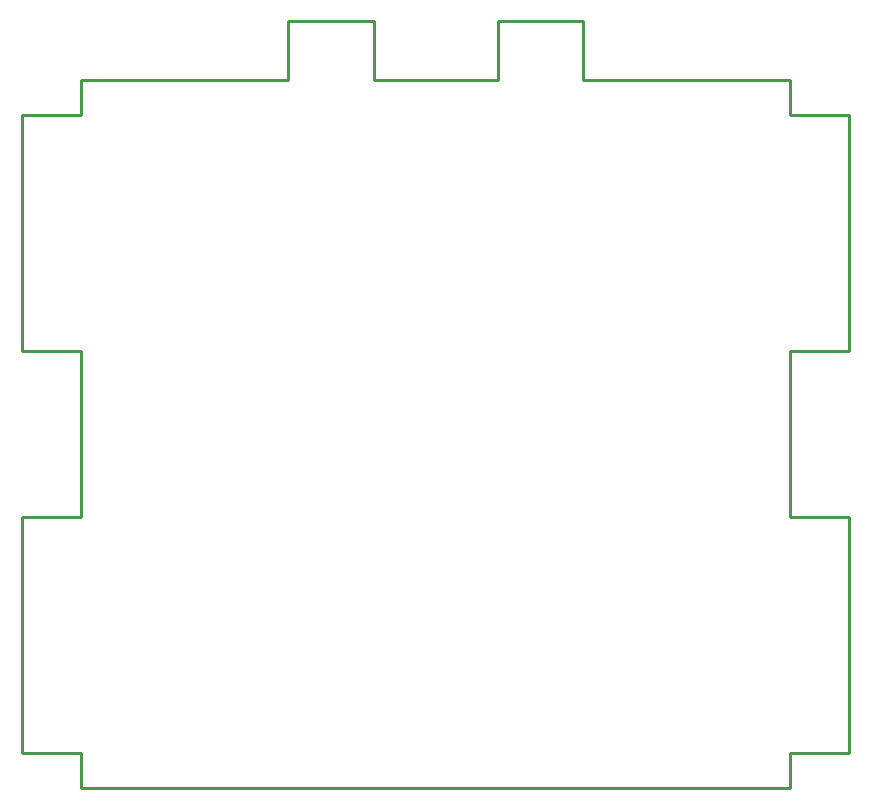
<source format=gm1>
G04*
G04 #@! TF.GenerationSoftware,Altium Limited,Altium Designer,19.1.7 (138)*
G04*
G04 Layer_Color=16711935*
%FSLAX44Y44*%
%MOMM*%
G71*
G01*
G75*
%ADD100C,0.2500*%
D100*
X300000Y70000D02*
X350000D01*
Y270000D01*
X300000D02*
X350000D01*
X300000D02*
Y300000D01*
X125000Y300000D02*
Y350000D01*
X-125000Y300000D02*
Y350000D01*
X270000Y300000D02*
X300000D01*
X125000Y300000D02*
X270000D01*
Y300000D01*
X-52500Y300000D02*
Y350000D01*
X52500Y300000D02*
Y350000D01*
X125000D01*
X-125000D02*
X-52500D01*
Y300000D02*
X52500D01*
X-300000Y-70000D02*
Y70000D01*
Y270000D02*
Y300000D01*
X-300000Y300000D02*
X-270000D01*
Y300000D02*
X-125000D01*
X300000Y-300000D02*
Y-270000D01*
X350000D01*
Y-70000D01*
X300000D02*
X350000D01*
X300000D02*
X300000D01*
X300000D02*
Y70000D01*
X-350000Y-70000D02*
X-300000D01*
X-350000Y-270000D02*
Y-70000D01*
Y-270000D02*
X-300000D01*
Y-300000D02*
Y-270000D01*
X-350000Y70000D02*
X-300000D01*
X-350000D02*
Y270000D01*
X-300000D01*
X-300000Y-300000D02*
X300000Y-300000D01*
M02*

</source>
